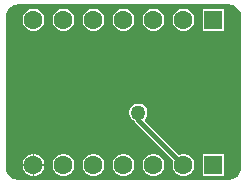
<source format=gbr>
%TF.GenerationSoftware,Altium Limited,Altium Designer,24.1.2 (44)*%
G04 Layer_Physical_Order=2*
G04 Layer_Color=16711680*
%FSLAX45Y45*%
%MOMM*%
%TF.SameCoordinates,D40106D2-5846-4758-920C-99A56FEE523B*%
%TF.FilePolarity,Positive*%
%TF.FileFunction,Copper,L2,Bot,Signal*%
%TF.Part,Single*%
G01*
G75*
%TA.AperFunction,Conductor*%
%ADD13C,0.38100*%
%TA.AperFunction,ComponentPad*%
%ADD14C,1.60000*%
%ADD15R,1.60000X1.60000*%
%TA.AperFunction,ViaPad*%
%ADD16C,1.27000*%
G36*
X2646800Y2224334D02*
X2648173Y2224299D01*
X2649557Y2224245D01*
X2651129Y2224163D01*
X2652928Y2224039D01*
X2654682Y2223887D01*
X2657549Y2223571D01*
X2666401Y2222478D01*
X2680484Y2218161D01*
X2687333Y2215324D01*
X2699851Y2208933D01*
X2714308Y2198019D01*
X2724341Y2187239D01*
X2728850Y2181363D01*
X2736498Y2169560D01*
X2743559Y2152877D01*
X2746853Y2138536D01*
X2747820Y2131193D01*
X2748110Y2125535D01*
X2748160Y2124212D01*
X2748192Y2122925D01*
X2748209Y2120821D01*
Y843894D01*
X2748192Y842542D01*
X2748156Y841169D01*
X2748102Y839785D01*
X2748021Y838213D01*
X2747896Y836414D01*
X2747744Y834660D01*
X2747428Y831793D01*
X2746335Y822941D01*
X2742018Y808859D01*
X2739181Y802008D01*
X2732790Y789492D01*
X2721876Y775035D01*
X2711099Y765003D01*
X2705219Y760491D01*
X2693417Y752844D01*
X2676734Y745783D01*
X2662397Y742489D01*
X2655047Y741522D01*
X2649392Y741233D01*
X2648070Y741183D01*
X2646782Y741150D01*
X2644682Y741133D01*
X859752Y741133D01*
X858400Y741150D01*
X857026Y741186D01*
X855642Y741240D01*
X854070Y741321D01*
X852271Y741446D01*
X850515Y741598D01*
X847653Y741914D01*
X838799Y743007D01*
X824719Y747323D01*
X817863Y750163D01*
X805349Y756552D01*
X790892Y767466D01*
X780862Y778243D01*
X776347Y784125D01*
X768701Y795925D01*
X761640Y812608D01*
X758347Y826946D01*
X757379Y834296D01*
X757090Y839950D01*
X757040Y841272D01*
X757008Y842560D01*
X756991Y844661D01*
X756990Y2121590D01*
X757008Y2122943D01*
X757043Y2124316D01*
X757097Y2125700D01*
X757179Y2127272D01*
X757303Y2129071D01*
X757456Y2130825D01*
X757771Y2133692D01*
X758864Y2142543D01*
X763181Y2156624D01*
X766020Y2163478D01*
X772409Y2175993D01*
X783323Y2190450D01*
X794102Y2200482D01*
X799981Y2204993D01*
X811782Y2212641D01*
X828465Y2219702D01*
X842806Y2222996D01*
X850150Y2223963D01*
X855807Y2224252D01*
X857130Y2224302D01*
X858418Y2224334D01*
X860522Y2224352D01*
X2645448D01*
X2646800Y2224334D01*
D02*
G37*
%LPC*%
G36*
X2607299Y2188200D02*
X2421900D01*
Y2002800D01*
X2607299D01*
Y2188200D01*
D02*
G37*
G36*
X2272804D02*
X2248395D01*
X2224819Y2181882D01*
X2203680Y2169678D01*
X2186421Y2152419D01*
X2174217Y2131281D01*
X2167900Y2107704D01*
Y2083296D01*
X2174217Y2059719D01*
X2186421Y2038581D01*
X2203680Y2021322D01*
X2224819Y2009118D01*
X2248395Y2002800D01*
X2272804D01*
X2296380Y2009118D01*
X2317519Y2021322D01*
X2334778Y2038581D01*
X2346982Y2059719D01*
X2353299Y2083296D01*
Y2107704D01*
X2346982Y2131281D01*
X2334778Y2152419D01*
X2317519Y2169678D01*
X2296380Y2181882D01*
X2272804Y2188200D01*
D02*
G37*
G36*
X2018804D02*
X1994395D01*
X1970819Y2181882D01*
X1949680Y2169678D01*
X1932421Y2152419D01*
X1920217Y2131281D01*
X1913900Y2107704D01*
Y2083296D01*
X1920217Y2059719D01*
X1932421Y2038581D01*
X1949680Y2021322D01*
X1970819Y2009118D01*
X1994395Y2002800D01*
X2018804D01*
X2042380Y2009118D01*
X2063519Y2021322D01*
X2080778Y2038581D01*
X2092982Y2059719D01*
X2099299Y2083296D01*
Y2107704D01*
X2092982Y2131281D01*
X2080778Y2152419D01*
X2063519Y2169678D01*
X2042380Y2181882D01*
X2018804Y2188200D01*
D02*
G37*
G36*
X1764804D02*
X1740395D01*
X1716819Y2181882D01*
X1695680Y2169678D01*
X1678421Y2152419D01*
X1666217Y2131281D01*
X1659900Y2107704D01*
Y2083296D01*
X1666217Y2059719D01*
X1678421Y2038581D01*
X1695680Y2021322D01*
X1716819Y2009118D01*
X1740395Y2002800D01*
X1764804D01*
X1788380Y2009118D01*
X1809519Y2021322D01*
X1826778Y2038581D01*
X1838982Y2059719D01*
X1845299Y2083296D01*
Y2107704D01*
X1838982Y2131281D01*
X1826778Y2152419D01*
X1809519Y2169678D01*
X1788380Y2181882D01*
X1764804Y2188200D01*
D02*
G37*
G36*
X1510804D02*
X1486395D01*
X1462819Y2181882D01*
X1441680Y2169678D01*
X1424421Y2152419D01*
X1412217Y2131281D01*
X1405900Y2107704D01*
Y2083296D01*
X1412217Y2059719D01*
X1424421Y2038581D01*
X1441680Y2021322D01*
X1462819Y2009118D01*
X1486395Y2002800D01*
X1510804D01*
X1534380Y2009118D01*
X1555519Y2021322D01*
X1572778Y2038581D01*
X1584982Y2059719D01*
X1591299Y2083296D01*
Y2107704D01*
X1584982Y2131281D01*
X1572778Y2152419D01*
X1555519Y2169678D01*
X1534380Y2181882D01*
X1510804Y2188200D01*
D02*
G37*
G36*
X1256804D02*
X1232395D01*
X1208819Y2181882D01*
X1187680Y2169678D01*
X1170421Y2152419D01*
X1158217Y2131281D01*
X1151900Y2107704D01*
Y2083296D01*
X1158217Y2059719D01*
X1170421Y2038581D01*
X1187680Y2021322D01*
X1208819Y2009118D01*
X1232395Y2002800D01*
X1256804D01*
X1280380Y2009118D01*
X1301519Y2021322D01*
X1318778Y2038581D01*
X1330982Y2059719D01*
X1337299Y2083296D01*
Y2107704D01*
X1330982Y2131281D01*
X1318778Y2152419D01*
X1301519Y2169678D01*
X1280380Y2181882D01*
X1256804Y2188200D01*
D02*
G37*
G36*
X1002804D02*
X978395D01*
X954819Y2181882D01*
X933680Y2169678D01*
X916421Y2152419D01*
X904217Y2131281D01*
X897900Y2107704D01*
Y2083296D01*
X904217Y2059719D01*
X916421Y2038581D01*
X933680Y2021322D01*
X954819Y2009118D01*
X978395Y2002800D01*
X1002804D01*
X1026380Y2009118D01*
X1047519Y2021322D01*
X1064778Y2038581D01*
X1076982Y2059719D01*
X1083299Y2083296D01*
Y2107704D01*
X1076982Y2131281D01*
X1064778Y2152419D01*
X1047519Y2169678D01*
X1026380Y2181882D01*
X1002804Y2188200D01*
D02*
G37*
G36*
Y956300D02*
X996949D01*
Y869950D01*
X1083299D01*
Y875804D01*
X1076982Y899381D01*
X1064778Y920519D01*
X1047519Y937778D01*
X1026380Y949982D01*
X1002804Y956300D01*
D02*
G37*
G36*
X984249D02*
X978395D01*
X954819Y949982D01*
X933680Y937778D01*
X916421Y920519D01*
X904217Y899381D01*
X897900Y875804D01*
Y869950D01*
X984249D01*
Y956300D01*
D02*
G37*
G36*
X2607299D02*
X2421900D01*
Y770900D01*
X2607299D01*
Y956300D01*
D02*
G37*
G36*
X1889632Y1384300D02*
X1869568D01*
X1850188Y1379107D01*
X1832812Y1369075D01*
X1818625Y1354888D01*
X1808593Y1337512D01*
X1803400Y1318132D01*
Y1298068D01*
X1808593Y1278688D01*
X1818625Y1261312D01*
X1832812Y1247125D01*
X1848531Y1238050D01*
X1849692Y1232211D01*
X1856710Y1221709D01*
X2175982Y902437D01*
X2174217Y899381D01*
X2167900Y875804D01*
Y851396D01*
X2174217Y827819D01*
X2186421Y806681D01*
X2203680Y789422D01*
X2224819Y777218D01*
X2248395Y770900D01*
X2272804D01*
X2296380Y777218D01*
X2317519Y789422D01*
X2334778Y806681D01*
X2346982Y827819D01*
X2353299Y851396D01*
Y875804D01*
X2346982Y899381D01*
X2334778Y920519D01*
X2317519Y937778D01*
X2296380Y949982D01*
X2272804Y956300D01*
X2248395D01*
X2224819Y949982D01*
X2221763Y948218D01*
X1932871Y1237110D01*
X1933602Y1254339D01*
X1940575Y1261312D01*
X1950607Y1278688D01*
X1955800Y1298068D01*
Y1318132D01*
X1950607Y1337512D01*
X1940575Y1354888D01*
X1926388Y1369075D01*
X1909012Y1379107D01*
X1889632Y1384300D01*
D02*
G37*
G36*
X2018804Y956300D02*
X1994395D01*
X1970819Y949982D01*
X1949680Y937778D01*
X1932421Y920519D01*
X1920217Y899381D01*
X1913900Y875804D01*
Y851396D01*
X1920217Y827819D01*
X1932421Y806681D01*
X1949680Y789422D01*
X1970819Y777218D01*
X1994395Y770900D01*
X2018804D01*
X2042380Y777218D01*
X2063519Y789422D01*
X2080778Y806681D01*
X2092982Y827819D01*
X2099299Y851396D01*
Y875804D01*
X2092982Y899381D01*
X2080778Y920519D01*
X2063519Y937778D01*
X2042380Y949982D01*
X2018804Y956300D01*
D02*
G37*
G36*
X1764804D02*
X1740395D01*
X1716819Y949982D01*
X1695680Y937778D01*
X1678421Y920519D01*
X1666217Y899381D01*
X1659900Y875804D01*
Y851396D01*
X1666217Y827819D01*
X1678421Y806681D01*
X1695680Y789422D01*
X1716819Y777218D01*
X1740395Y770900D01*
X1764804D01*
X1788380Y777218D01*
X1809519Y789422D01*
X1826778Y806681D01*
X1838982Y827819D01*
X1845299Y851396D01*
Y875804D01*
X1838982Y899381D01*
X1826778Y920519D01*
X1809519Y937778D01*
X1788380Y949982D01*
X1764804Y956300D01*
D02*
G37*
G36*
X1510804D02*
X1486395D01*
X1462819Y949982D01*
X1441680Y937778D01*
X1424421Y920519D01*
X1412217Y899381D01*
X1405900Y875804D01*
Y851396D01*
X1412217Y827819D01*
X1424421Y806681D01*
X1441680Y789422D01*
X1462819Y777218D01*
X1486395Y770900D01*
X1510804D01*
X1534380Y777218D01*
X1555519Y789422D01*
X1572778Y806681D01*
X1584982Y827819D01*
X1591299Y851396D01*
Y875804D01*
X1584982Y899381D01*
X1572778Y920519D01*
X1555519Y937778D01*
X1534380Y949982D01*
X1510804Y956300D01*
D02*
G37*
G36*
X1256804D02*
X1232395D01*
X1208819Y949982D01*
X1187680Y937778D01*
X1170421Y920519D01*
X1158217Y899381D01*
X1151900Y875804D01*
Y851396D01*
X1158217Y827819D01*
X1170421Y806681D01*
X1187680Y789422D01*
X1208819Y777218D01*
X1232395Y770900D01*
X1256804D01*
X1280380Y777218D01*
X1301519Y789422D01*
X1318778Y806681D01*
X1330982Y827819D01*
X1337299Y851396D01*
Y875804D01*
X1330982Y899381D01*
X1318778Y920519D01*
X1301519Y937778D01*
X1280380Y949982D01*
X1256804Y956300D01*
D02*
G37*
G36*
X1083299Y857250D02*
X996949D01*
Y770900D01*
X1002804D01*
X1026380Y777218D01*
X1047519Y789422D01*
X1064778Y806681D01*
X1076982Y827819D01*
X1083299Y851396D01*
Y857250D01*
D02*
G37*
G36*
X984249D02*
X897900D01*
Y851396D01*
X904217Y827819D01*
X916421Y806681D01*
X933680Y789422D01*
X954819Y777218D01*
X978395Y770900D01*
X984249D01*
Y857250D01*
D02*
G37*
%LPD*%
D13*
X1879600Y1244599D02*
X2260599Y863600D01*
X1879600Y1244599D02*
Y1308100D01*
D14*
X1752599Y863600D02*
D03*
X1498599Y2095500D02*
D03*
X2006599D02*
D03*
X2260599D02*
D03*
X1752599D02*
D03*
X1244599D02*
D03*
X990599D02*
D03*
X1498599Y863600D02*
D03*
X2006599D02*
D03*
X2260599D02*
D03*
X1244599D02*
D03*
X990599D02*
D03*
D15*
X2514599Y2095500D02*
D03*
Y863600D02*
D03*
D16*
X1663700Y1295400D02*
D03*
X2654300Y1854200D02*
D03*
X1981200Y1651000D02*
D03*
X2070100Y1333500D02*
D03*
X1879600Y1308100D02*
D03*
X2651587Y1191087D02*
D03*
%TF.MD5,2336c10b303861b08e1e1d085025f6ab*%
M02*

</source>
